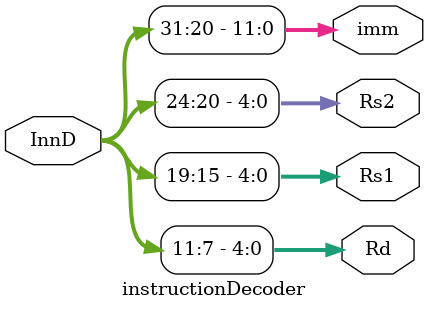
<source format=v>
module instructionDecoder(InnD,Rd,Rs1,Rs2,imm);

input [31:0] InnD;
output reg [4:0] Rd;
output reg [4:0] Rs1;
output reg [4:0] Rs2;
output reg [11:0] imm;


always @(InnD) begin



 Rd <= InnD[11:7];
 Rs1 <= InnD[19:15];
 Rs2 <= InnD[24:20];
 imm <= InnD[31:20];
end

endmodule

</source>
